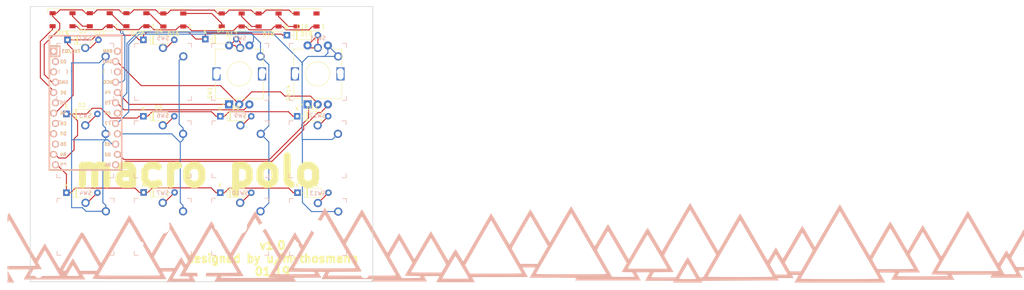
<source format=kicad_pcb>
(kicad_pcb (version 20171130) (host pcbnew "(5.0.2)-1")
  (layers (0 F.Cu signal) (31 B.Cu signal) (34 B.Paste user) (35 F.Paste user) (36 B.SilkS user) (37 F.SilkS user) (38 B.Mask user) (39 F.Mask user) (44 Edge.Cuts user))
  (net 0 "")
  (net 1 "Net-(D1-Pad1)")
  (net 2 "Net-(D1-Pad2)")
  (net 3 "Net-(D2-Pad2)")
  (net 4 "Net-(D11-Pad1)")
  (net 5 "Net-(D3-Pad2)")
  (net 6 "Net-(D12-Pad1)")
  (net 7 "Net-(D4-Pad2)")
  (net 8 "Net-(D5-Pad2)")
  (net 9 "Net-(D6-Pad2)")
  (net 10 "Net-(D7-Pad2)")
  (net 11 "Net-(D8-Pad2)")
  (net 12 "Net-(D9-Pad2)")
  (net 13 "Net-(D10-Pad2)")
  (net 14 "Net-(D11-Pad2)")
  (net 15 "Net-(D12-Pad2)")
  (net 16 "Net-(SW1-PadB)")
  (net 17 "Net-(SW1-PadC)")
  (net 18 "Net-(SW1-PadA)")
  (net 19 "Net-(SW2-Pad2)")
  (net 20 "Net-(SW5-Pad2)")
  (net 21 "Net-(SW11-Pad2)")
  (net 22 "Net-(SW14-PadA)")
  (net 23 "Net-(SW14-PadB)")
  (net 24 "Net-(U1-Pad24)")
  (net 25 "Net-(U1-Pad22)")
  (net 26 "Net-(U1-Pad6)")
  (net 27 "Net-(U1-Pad2)")
  (net 28 "Net-(U1-Pad1)")
  (net 29 "Net-(U1-Pad10)")
  (net 30 "Net-(U1-Pad9)")
  (net 31 "Net-(U1-Pad3)")
  (net 32 "Net-(U1-Pad8)")
  (net 33 "Net-(D13-Pad3)")
  (net 34 "Net-(D13-Pad4)")
  (net 35 "Net-(D13-Pad2)")
  (net 36 "Net-(D13-Pad1)")
  (net 37 "Net-(D14-Pad2)")
  (net 38 "Net-(D15-Pad2)")
  (net 39 "Net-(D16-Pad2)")
  (net 40 "Net-(D17-Pad2)")
  (net 41 "Net-(D18-Pad2)")
  (net 42 "Net-(D19-Pad2)")
  (net 43 "Net-(SW1-PadS1)")
  (module Sockets:PG1350 (layer F.Cu) (at 58.6105 72.009 180)
    (fp_text reference SW7 (at 0 8.3 180) (layer B.SilkS) (effects (justify mirror)))
    (fp_text value SW_Push)
    (pad "" np_thru_hole circle (at -5.5 0 180) (size 1.7018 1.7018) (drill 1.7018) (layers *.Cu *.Mask))
    (pad "" np_thru_hole circle (at 5.5 0 180) (size 1.7018 1.7018) (drill 1.7018) (layers *.Cu *.Mask))
    (pad "" np_thru_hole circle (at 5.22 -4.2 180) (size 0.9906 0.9906) (drill 0.9906) (layers *.Cu *.Mask))
    (pad 1 thru_hole circle (at 0 5.9 180) (size 2.032 2.032) (drill 1.27) (layers *.Cu *.Mask) (net 9 "Net-(D6-Pad2)"))
    (pad 2 thru_hole circle (at -5 3.8 180) (size 2.032 2.032) (drill 1.27) (layers *.Cu *.Mask) (net 20 "Net-(SW5-Pad2)"))
    (pad "" np_thru_hole circle (at 0 0 180) (size 3.429 3.429) (drill 3.429) (layers *.Cu *.Mask))
  )
  (module Rotary_Encoder:RotaryEncoder_Alps_EC11E-Switch_Vertical_H20mm (layer F.Cu) (at 74.93 41.91 90)
    (fp_text reference SW1 (at 2.8 -4.7 90) (layer F.SilkS))
    (fp_text value Rotary_Encoder)
    (pad A thru_hole rect (at 0 0 90) (size 2 2) (drill 1) (layers *.Cu *.Mask) (net 18 "Net-(SW1-PadA)"))
    (pad C thru_hole circle (at 0 2.5 90) (size 2 2) (drill 1) (layers *.Cu *.Mask) (net 17 "Net-(SW1-PadC)"))
    (pad B thru_hole circle (at 0 5 90) (size 2 2) (drill 1) (layers *.Cu *.Mask) (net 16 "Net-(SW1-PadB)"))
    (pad MP thru_hole rect (at 7.5 -3.1 90) (size 3.2 2) (drill oval 2.8 1.5) (layers *.Cu *.Mask))
    (pad MP thru_hole rect (at 7.5 8.1 90) (size 3.2 2) (drill oval 2.8 1.5) (layers *.Cu *.Mask))
    (pad S2 thru_hole circle (at 14.5 0 90) (size 2 2) (drill 1) (layers *.Cu *.Mask) (net 10 "Net-(D7-Pad2)"))
    (pad S1 thru_hole circle (at 14.5 5 90) (size 2 2) (drill 1) (layers *.Cu *.Mask) (net 43 "Net-(SW1-PadS1)"))
  )
  (module LED_SMD:LED_WS2812B_PLCC4_5.0x5.0mm_P3.2mm (layer F.Cu) (at 43.1165 21.082 180)
    (fp_text reference D14 (at 0 -3.5 180) (layer F.SilkS))
    (fp_text value WS2812B)
    (fp_text user 1 (at -4.15 -1.6 180) (layer F.SilkS))
    (pad 1 smd rect (at -2.45 -1.6 180) (size 1.5 1) (layers F.Cu F.Paste F.Mask) (net 36 "Net-(D13-Pad1)"))
    (pad 2 smd rect (at -2.45 1.6 180) (size 1.5 1) (layers F.Cu F.Paste F.Mask) (net 37 "Net-(D14-Pad2)"))
    (pad 4 smd rect (at 2.45 -1.6 180) (size 1.5 1) (layers F.Cu F.Paste F.Mask) (net 35 "Net-(D13-Pad2)"))
    (pad 3 smd rect (at 2.45 1.6 180) (size 1.5 1) (layers F.Cu F.Paste F.Mask) (net 33 "Net-(D13-Pad3)"))
  )
  (module Sockets:PG1350 (layer F.Cu) (at 77.724 52.959 180)
    (fp_text reference SW9 (at 0 8.3 180) (layer B.SilkS) (effects (justify mirror)))
    (fp_text value SW_Push)
    (pad "" np_thru_hole circle (at -5.5 0 180) (size 1.7018 1.7018) (drill 1.7018) (layers *.Cu *.Mask))
    (pad "" np_thru_hole circle (at 5.5 0 180) (size 1.7018 1.7018) (drill 1.7018) (layers *.Cu *.Mask))
    (pad "" np_thru_hole circle (at 5.22 -4.2 180) (size 0.9906 0.9906) (drill 0.9906) (layers *.Cu *.Mask))
    (pad 1 thru_hole circle (at 0 5.9 180) (size 2.032 2.032) (drill 1.27) (layers *.Cu *.Mask) (net 11 "Net-(D8-Pad2)"))
    (pad 2 thru_hole circle (at -5 3.8 180) (size 2.032 2.032) (drill 1.27) (layers *.Cu *.Mask) (net 43 "Net-(SW1-PadS1)"))
    (pad "" np_thru_hole circle (at 0 0 180) (size 3.429 3.429) (drill 3.429) (layers *.Cu *.Mask))
  )
  (module Rotary_Encoder:RotaryEncoder_Alps_EC11E-Switch_Vertical_H20mm (layer F.Cu) (at 94.234 41.91 90)
    (fp_text reference SW14 (at 2.8 -4.7 90) (layer F.SilkS))
    (fp_text value Rotary_Encoder)
    (pad A thru_hole rect (at 0 0 90) (size 2 2) (drill 1) (layers *.Cu *.Mask) (net 22 "Net-(SW14-PadA)"))
    (pad C thru_hole circle (at 0 2.5 90) (size 2 2) (drill 1) (layers *.Cu *.Mask) (net 17 "Net-(SW1-PadC)"))
    (pad B thru_hole circle (at 0 5 90) (size 2 2) (drill 1) (layers *.Cu *.Mask) (net 23 "Net-(SW14-PadB)"))
    (pad MP thru_hole rect (at 7.5 -3.1 90) (size 3.2 2) (drill oval 2.8 1.5) (layers *.Cu *.Mask))
    (pad MP thru_hole rect (at 7.5 8.1 90) (size 3.2 2) (drill oval 2.8 1.5) (layers *.Cu *.Mask))
    (pad S2 thru_hole circle (at 14.5 0 90) (size 2 2) (drill 1) (layers *.Cu *.Mask) (net 13 "Net-(D10-Pad2)"))
    (pad S1 thru_hole circle (at 14.5 5 90) (size 2 2) (drill 1) (layers *.Cu *.Mask) (net 21 "Net-(SW11-Pad2)"))
  )
  (module Keebio:ArduinoProMicro-ZigZag (layer F.Cu) (at 39.624 42.799 270)
    (fp_text reference U1 hide)
    (fp_text value ProMicro hide)
    (fp_text user ST (at -8.91 -5.04) (layer B.SilkS) (effects (font (size 0.8 0.8)) (justify mirror)))
    (fp_text user TX0/D3 (at -13.97 3.571872) (layer F.SilkS) (effects (font (size 0.8 0.8))))
    (fp_text user TX0/D3 (at -13.97 3.571872) (layer B.SilkS) (effects (font (size 0.8 0.8)) (justify mirror)))
    (fp_text user D2 (at -11.43 5.461) (layer F.SilkS) (effects (font (size 0.8 0.8))))
    (fp_text user D0 (at -1.27 5.461) (layer F.SilkS) (effects (font (size 0.8 0.8))))
    (fp_text user D1 (at -3.81 5.461) (layer F.SilkS) (effects (font (size 0.8 0.8))))
    (fp_text user GND (at -6.35 5.461) (layer F.SilkS) (effects (font (size 0.8 0.8))))
    (fp_text user GND (at -8.89 5.461) (layer F.SilkS) (effects (font (size 0.8 0.8))))
    (fp_text user D4 (at 1.27 5.461) (layer F.SilkS) (effects (font (size 0.8 0.8))))
    (fp_text user C6 (at 3.81 5.461) (layer F.SilkS) (effects (font (size 0.8 0.8))))
    (fp_text user D7 (at 6.35 5.461) (layer F.SilkS) (effects (font (size 0.8 0.8))))
    (fp_text user E6 (at 8.89 5.461) (layer F.SilkS) (effects (font (size 0.8 0.8))))
    (fp_text user B4 (at 11.43 5.461) (layer F.SilkS) (effects (font (size 0.8 0.8))))
    (fp_text user B5 (at 13.97 5.461) (layer F.SilkS) (effects (font (size 0.8 0.8))))
    (fp_text user B6 (at 13.97 -5.461) (layer F.SilkS) (effects (font (size 0.8 0.8))))
    (fp_text user B2 (at 11.43 -5.461) (layer B.SilkS) (effects (font (size 0.8 0.8)) (justify mirror)))
    (fp_text user B3 (at 8.89 -5.461) (layer F.SilkS) (effects (font (size 0.8 0.8))))
    (fp_text user B1 (at 6.35 -5.461) (layer F.SilkS) (effects (font (size 0.8 0.8))))
    (fp_text user F7 (at 3.81 -5.461) (layer B.SilkS) (effects (font (size 0.8 0.8)) (justify mirror)))
    (fp_text user F6 (at 1.27 -5.461) (layer B.SilkS) (effects (font (size 0.8 0.8)) (justify mirror)))
    (fp_text user F5 (at -1.27 -5.461) (layer B.SilkS) (effects (font (size 0.8 0.8)) (justify mirror)))
    (fp_text user F4 (at -3.81 -5.461) (layer F.SilkS) (effects (font (size 0.8 0.8))))
    (fp_text user VCC (at -6.35 -5.461) (layer F.SilkS) (effects (font (size 0.8 0.8))))
    (fp_text user ST (at -8.92 -5.73312) (layer F.SilkS) (effects (font (size 0.8 0.8))))
    (fp_text user GND (at -11.43 -5.461) (layer F.SilkS) (effects (font (size 0.8 0.8))))
    (fp_text user RAW (at -13.97 -5.461) (layer F.SilkS) (effects (font (size 0.8 0.8))))
    (fp_text user RAW (at -13.97 -5.461) (layer B.SilkS) (effects (font (size 0.8 0.8)) (justify mirror)))
    (fp_text user GND (at -11.43 -5.461) (layer B.SilkS) (effects (font (size 0.8 0.8)) (justify mirror)))
    (fp_text user VCC (at -6.35 -5.461) (layer B.SilkS) (effects (font (size 0.8 0.8)) (justify mirror)))
    (fp_text user F4 (at -3.81 -5.461) (layer B.SilkS) (effects (font (size 0.8 0.8)) (justify mirror)))
    (fp_text user F5 (at -1.27 -5.461) (layer F.SilkS) (effects (font (size 0.8 0.8))))
    (fp_text user F6 (at 1.27 -5.461) (layer F.SilkS) (effects (font (size 0.8 0.8))))
    (fp_text user F7 (at 3.81 -5.461) (layer F.SilkS) (effects (font (size 0.8 0.8))))
    (fp_text user B1 (at 6.35 -5.461) (layer B.SilkS) (effects (font (size 0.8 0.8)) (justify mirror)))
    (fp_text user B3 (at 8.89 -5.461) (layer B.SilkS) (effects (font (size 0.8 0.8)) (justify mirror)))
    (fp_text user B2 (at 11.43 -5.461) (layer F.SilkS) (effects (font (size 0.8 0.8))))
    (fp_text user B6 (at 13.97 -5.461) (layer B.SilkS) (effects (font (size 0.8 0.8)) (justify mirror)))
    (fp_text user B5 (at 13.97 5.461) (layer B.SilkS) (effects (font (size 0.8 0.8)) (justify mirror)))
    (fp_text user B4 (at 11.43 5.461) (layer B.SilkS) (effects (font (size 0.8 0.8)) (justify mirror)))
    (fp_text user E6 (at 8.89 5.461) (layer B.SilkS) (effects (font (size 0.8 0.8)) (justify mirror)))
    (fp_text user D7 (at 6.35 5.461) (layer B.SilkS) (effects (font (size 0.8 0.8)) (justify mirror)))
    (fp_text user C6 (at 3.81 5.461) (layer B.SilkS) (effects (font (size 0.8 0.8)) (justify mirror)))
    (fp_text user D4 (at 1.27 5.461) (layer B.SilkS) (effects (font (size 0.8 0.8)) (justify mirror)))
    (fp_text user GND (at -8.89 5.461) (layer B.SilkS) (effects (font (size 0.8 0.8)) (justify mirror)))
    (fp_text user GND (at -6.35 5.461) (layer B.SilkS) (effects (font (size 0.8 0.8)) (justify mirror)))
    (fp_text user D1 (at -3.81 5.461) (layer B.SilkS) (effects (font (size 0.8 0.8)) (justify mirror)))
    (fp_text user D0 (at -1.27 5.461) (layer B.SilkS) (effects (font (size 0.8 0.8)) (justify mirror)))
    (fp_text user D2 (at -11.43 5.461) (layer B.SilkS) (effects (font (size 0.8 0.8)) (justify mirror)))
    (pad 24 thru_hole circle (at -13.97 -7.8486 270) (size 1.7526 1.7526) (drill 1.0922) (layers *.Cu *.SilkS *.Mask) (net 24 "Net-(U1-Pad24)"))
    (pad 12 thru_hole circle (at 13.97 7.3914 270) (size 1.7526 1.7526) (drill 1.0922) (layers *.Cu *.SilkS *.Mask) (net 6 "Net-(D12-Pad1)"))
    (pad 23 thru_hole circle (at -11.43 -7.3914 270) (size 1.7526 1.7526) (drill 1.0922) (layers *.Cu *.SilkS *.Mask) (net 17 "Net-(SW1-PadC)"))
    (pad 22 thru_hole circle (at -8.89 -7.8486 270) (size 1.7526 1.7526) (drill 1.0922) (layers *.Cu *.SilkS *.Mask) (net 25 "Net-(U1-Pad22)"))
    (pad 21 thru_hole circle (at -6.35 -7.3914 270) (size 1.7526 1.7526) (drill 1.0922) (layers *.Cu *.SilkS *.Mask) (net 36 "Net-(D13-Pad1)"))
    (pad 20 thru_hole circle (at -3.81 -7.8486 270) (size 1.7526 1.7526) (drill 1.0922) (layers *.Cu *.SilkS *.Mask) (net 18 "Net-(SW1-PadA)"))
    (pad 19 thru_hole circle (at -1.27 -7.3914 270) (size 1.7526 1.7526) (drill 1.0922) (layers *.Cu *.SilkS *.Mask) (net 16 "Net-(SW1-PadB)"))
    (pad 18 thru_hole circle (at 1.27 -7.8486 270) (size 1.7526 1.7526) (drill 1.0922) (layers *.Cu *.SilkS *.Mask) (net 21 "Net-(SW11-Pad2)"))
    (pad 17 thru_hole circle (at 3.81 -7.3914 270) (size 1.7526 1.7526) (drill 1.0922) (layers *.Cu *.SilkS *.Mask) (net 43 "Net-(SW1-PadS1)"))
    (pad 16 thru_hole circle (at 6.35 -7.8486 270) (size 1.7526 1.7526) (drill 1.0922) (layers *.Cu *.SilkS *.Mask) (net 20 "Net-(SW5-Pad2)"))
    (pad 15 thru_hole circle (at 8.89 -7.3914 270) (size 1.7526 1.7526) (drill 1.0922) (layers *.Cu *.SilkS *.Mask) (net 19 "Net-(SW2-Pad2)"))
    (pad 14 thru_hole circle (at 11.43 -7.8486 270) (size 1.7526 1.7526) (drill 1.0922) (layers *.Cu *.SilkS *.Mask) (net 22 "Net-(SW14-PadA)"))
    (pad 13 thru_hole circle (at 13.97 -7.3914 270) (size 1.7526 1.7526) (drill 1.0922) (layers *.Cu *.SilkS *.Mask) (net 23 "Net-(SW14-PadB)"))
    (pad 11 thru_hole circle (at 11.43 7.8486 270) (size 1.7526 1.7526) (drill 1.0922) (layers *.Cu *.SilkS *.Mask) (net 4 "Net-(D11-Pad1)"))
    (pad 10 thru_hole circle (at 8.89 7.3914 270) (size 1.7526 1.7526) (drill 1.0922) (layers *.Cu *.SilkS *.Mask) (net 29 "Net-(U1-Pad10)"))
    (pad 9 thru_hole circle (at 6.35 7.8486 270) (size 1.7526 1.7526) (drill 1.0922) (layers *.Cu *.SilkS *.Mask) (net 30 "Net-(U1-Pad9)"))
    (pad 8 thru_hole circle (at 3.81 7.3914 270) (size 1.7526 1.7526) (drill 1.0922) (layers *.Cu *.SilkS *.Mask) (net 32 "Net-(U1-Pad8)"))
    (pad 7 thru_hole circle (at 1.27 7.8486 270) (size 1.7526 1.7526) (drill 1.0922) (layers *.Cu *.SilkS *.Mask) (net 1 "Net-(D1-Pad1)"))
    (pad 6 thru_hole circle (at -1.27 7.3914 270) (size 1.7526 1.7526) (drill 1.0922) (layers *.Cu *.SilkS *.Mask) (net 26 "Net-(U1-Pad6)"))
    (pad 5 thru_hole circle (at -3.81 7.8486 270) (size 1.7526 1.7526) (drill 1.0922) (layers *.Cu *.SilkS *.Mask) (net 34 "Net-(D13-Pad4)"))
    (pad 4 thru_hole circle (at -6.35 7.3914 270) (size 1.7526 1.7526) (drill 1.0922) (layers *.Cu *.SilkS *.Mask) (net 33 "Net-(D13-Pad3)"))
    (pad 3 thru_hole circle (at -8.89 7.8486 270) (size 1.7526 1.7526) (drill 1.0922) (layers *.Cu *.SilkS *.Mask) (net 31 "Net-(U1-Pad3)"))
    (pad 2 thru_hole circle (at -11.43 7.3914 270) (size 1.7526 1.7526) (drill 1.0922) (layers *.Cu *.SilkS *.Mask) (net 27 "Net-(U1-Pad2)"))
    (pad 1 thru_hole rect (at -13.97 7.8486 270) (size 1.7526 1.7526) (drill 1.0922) (layers *.Cu *.SilkS *.Mask) (net 28 "Net-(U1-Pad1)"))
  )
  (module Sockets:PG1350 (layer F.Cu) (at 39.624 72.009 180)
    (fp_text reference SW4 (at 0 8.3 180) (layer B.SilkS) (effects (justify mirror)))
    (fp_text value SW_Push)
    (pad "" np_thru_hole circle (at -5.5 0 180) (size 1.7018 1.7018) (drill 1.7018) (layers *.Cu *.Mask))
    (pad "" np_thru_hole circle (at 5.5 0 180) (size 1.7018 1.7018) (drill 1.7018) (layers *.Cu *.Mask))
    (pad "" np_thru_hole circle (at 5.22 -4.2 180) (size 0.9906 0.9906) (drill 0.9906) (layers *.Cu *.Mask))
    (pad 1 thru_hole circle (at 0 5.9 180) (size 2.032 2.032) (drill 1.27) (layers *.Cu *.Mask) (net 5 "Net-(D3-Pad2)"))
    (pad 2 thru_hole circle (at -5 3.8 180) (size 2.032 2.032) (drill 1.27) (layers *.Cu *.Mask) (net 19 "Net-(SW2-Pad2)"))
    (pad "" np_thru_hole circle (at 0 0 180) (size 3.429 3.429) (drill 3.429) (layers *.Cu *.Mask))
  )
  (module Sockets:PG1350 (layer F.Cu) (at 58.6105 52.959 180)
    (fp_text reference SW6 (at 0 8.3 180) (layer B.SilkS) (effects (justify mirror)))
    (fp_text value SW_Push)
    (pad "" np_thru_hole circle (at -5.5 0 180) (size 1.7018 1.7018) (drill 1.7018) (layers *.Cu *.Mask))
    (pad "" np_thru_hole circle (at 5.5 0 180) (size 1.7018 1.7018) (drill 1.7018) (layers *.Cu *.Mask))
    (pad "" np_thru_hole circle (at 5.22 -4.2 180) (size 0.9906 0.9906) (drill 0.9906) (layers *.Cu *.Mask))
    (pad 1 thru_hole circle (at 0 5.9 180) (size 2.032 2.032) (drill 1.27) (layers *.Cu *.Mask) (net 8 "Net-(D5-Pad2)"))
    (pad 2 thru_hole circle (at -5 3.8 180) (size 2.032 2.032) (drill 1.27) (layers *.Cu *.Mask) (net 20 "Net-(SW5-Pad2)"))
    (pad "" np_thru_hole circle (at 0 0 180) (size 3.429 3.429) (drill 3.429) (layers *.Cu *.Mask))
  )
  (module Diode_THT:D_DO-35_SOD27_P7.62mm_Horizontal (layer F.Cu) (at 91.694 44.831)
    (fp_text reference D11 (at 3.81 -2.12) (layer F.SilkS))
    (fp_text value D)
    (fp_text user K (at 0 -1.8) (layer F.SilkS))
    (pad 1 thru_hole rect (at 0 0) (size 1.6 1.6) (drill 0.8) (layers *.Cu *.Mask) (net 4 "Net-(D11-Pad1)"))
    (pad 2 thru_hole oval (at 7.62 0) (size 1.6 1.6) (drill 0.8) (layers *.Cu *.Mask) (net 14 "Net-(D11-Pad2)"))
  )
  (module Sockets:PG1350 (layer F.Cu) (at 96.774 33.909 180)
    (fp_text reference SW11 (at 0 8.3 180) (layer B.SilkS) (effects (justify mirror)))
    (fp_text value SW_Push)
    (pad "" np_thru_hole circle (at -5.5 0 180) (size 1.7018 1.7018) (drill 1.7018) (layers *.Cu *.Mask))
    (pad "" np_thru_hole circle (at 5.5 0 180) (size 1.7018 1.7018) (drill 1.7018) (layers *.Cu *.Mask))
    (pad "" np_thru_hole circle (at 5.22 -4.2 180) (size 0.9906 0.9906) (drill 0.9906) (layers *.Cu *.Mask))
    (pad 1 thru_hole circle (at 0 5.9 180) (size 2.032 2.032) (drill 1.27) (layers *.Cu *.Mask) (net 13 "Net-(D10-Pad2)"))
    (pad 2 thru_hole circle (at -5 3.8 180) (size 2.032 2.032) (drill 1.27) (layers *.Cu *.Mask) (net 21 "Net-(SW11-Pad2)"))
    (pad "" np_thru_hole circle (at 0 0 180) (size 3.429 3.429) (drill 3.429) (layers *.Cu *.Mask))
  )
  (module Sockets:PG1350 (layer F.Cu) (at 39.5605 52.959 180)
    (fp_text reference SW3 (at 0 8.3 180) (layer B.SilkS) (effects (justify mirror)))
    (fp_text value SW_Push)
    (pad "" np_thru_hole circle (at -5.5 0 180) (size 1.7018 1.7018) (drill 1.7018) (layers *.Cu *.Mask))
    (pad "" np_thru_hole circle (at 5.5 0 180) (size 1.7018 1.7018) (drill 1.7018) (layers *.Cu *.Mask))
    (pad "" np_thru_hole circle (at 5.22 -4.2 180) (size 0.9906 0.9906) (drill 0.9906) (layers *.Cu *.Mask))
    (pad 1 thru_hole circle (at 0 5.9 180) (size 2.032 2.032) (drill 1.27) (layers *.Cu *.Mask) (net 3 "Net-(D2-Pad2)"))
    (pad 2 thru_hole circle (at -5 3.8 180) (size 2.032 2.032) (drill 1.27) (layers *.Cu *.Mask) (net 19 "Net-(SW2-Pad2)"))
    (pad "" np_thru_hole circle (at 0 0 180) (size 3.429 3.429) (drill 3.429) (layers *.Cu *.Mask))
  )
  (module Sockets:PG1350 (layer F.Cu) (at 39.5605 33.909 180)
    (fp_text reference SW2 (at 0 8.3 180) (layer B.SilkS) (effects (justify mirror)))
    (fp_text value SW_Push)
    (pad "" np_thru_hole circle (at -5.5 0 180) (size 1.7018 1.7018) (drill 1.7018) (layers *.Cu *.Mask))
    (pad "" np_thru_hole circle (at 5.5 0 180) (size 1.7018 1.7018) (drill 1.7018) (layers *.Cu *.Mask))
    (pad "" np_thru_hole circle (at 5.22 -4.2 180) (size 0.9906 0.9906) (drill 0.9906) (layers *.Cu *.Mask))
    (pad 1 thru_hole circle (at 0 5.9 180) (size 2.032 2.032) (drill 1.27) (layers *.Cu *.Mask) (net 2 "Net-(D1-Pad2)"))
    (pad 2 thru_hole circle (at -5 3.8 180) (size 2.032 2.032) (drill 1.27) (layers *.Cu *.Mask) (net 19 "Net-(SW2-Pad2)"))
    (pad "" np_thru_hole circle (at 0 0 180) (size 3.429 3.429) (drill 3.429) (layers *.Cu *.Mask))
  )
  (module Sockets:PG1350 (layer F.Cu) (at 58.674 33.909 180)
    (fp_text reference SW5 (at 0 8.3 180) (layer B.SilkS) (effects (justify mirror)))
    (fp_text value SW_Push)
    (pad "" np_thru_hole circle (at -5.5 0 180) (size 1.7018 1.7018) (drill 1.7018) (layers *.Cu *.Mask))
    (pad "" np_thru_hole circle (at 5.5 0 180) (size 1.7018 1.7018) (drill 1.7018) (layers *.Cu *.Mask))
    (pad "" np_thru_hole circle (at 5.22 -4.2 180) (size 0.9906 0.9906) (drill 0.9906) (layers *.Cu *.Mask))
    (pad 1 thru_hole circle (at 0 5.9 180) (size 2.032 2.032) (drill 1.27) (layers *.Cu *.Mask) (net 7 "Net-(D4-Pad2)"))
    (pad 2 thru_hole circle (at -5 3.8 180) (size 2.032 2.032) (drill 1.27) (layers *.Cu *.Mask) (net 20 "Net-(SW5-Pad2)"))
    (pad "" np_thru_hole circle (at 0 0 180) (size 3.429 3.429) (drill 3.429) (layers *.Cu *.Mask))
  )
  (module Sockets:PG1350 (layer F.Cu) (at 77.6605 33.909 180)
    (fp_text reference SW8 (at 0 8.3 180) (layer B.SilkS) (effects (justify mirror)))
    (fp_text value SW_Push)
    (pad "" np_thru_hole circle (at -5.5 0 180) (size 1.7018 1.7018) (drill 1.7018) (layers *.Cu *.Mask))
    (pad "" np_thru_hole circle (at 5.5 0 180) (size 1.7018 1.7018) (drill 1.7018) (layers *.Cu *.Mask))
    (pad "" np_thru_hole circle (at 5.22 -4.2 180) (size 0.9906 0.9906) (drill 0.9906) (layers *.Cu *.Mask))
    (pad 1 thru_hole circle (at 0 5.9 180) (size 2.032 2.032) (drill 1.27) (layers *.Cu *.Mask) (net 10 "Net-(D7-Pad2)"))
    (pad 2 thru_hole circle (at -5 3.8 180) (size 2.032 2.032) (drill 1.27) (layers *.Cu *.Mask) (net 43 "Net-(SW1-PadS1)"))
    (pad "" np_thru_hole circle (at 0 0 180) (size 3.429 3.429) (drill 3.429) (layers *.Cu *.Mask))
  )
  (module Sockets:PG1350 (layer F.Cu) (at 77.6605 72.009 180)
    (fp_text reference SW10 (at 0 8.3 180) (layer B.SilkS) (effects (justify mirror)))
    (fp_text value SW_Push)
    (pad "" np_thru_hole circle (at -5.5 0 180) (size 1.7018 1.7018) (drill 1.7018) (layers *.Cu *.Mask))
    (pad "" np_thru_hole circle (at 5.5 0 180) (size 1.7018 1.7018) (drill 1.7018) (layers *.Cu *.Mask))
    (pad "" np_thru_hole circle (at 5.22 -4.2 180) (size 0.9906 0.9906) (drill 0.9906) (layers *.Cu *.Mask))
    (pad 1 thru_hole circle (at 0 5.9 180) (size 2.032 2.032) (drill 1.27) (layers *.Cu *.Mask) (net 12 "Net-(D9-Pad2)"))
    (pad 2 thru_hole circle (at -5 3.8 180) (size 2.032 2.032) (drill 1.27) (layers *.Cu *.Mask) (net 43 "Net-(SW1-PadS1)"))
    (pad "" np_thru_hole circle (at 0 0 180) (size 3.429 3.429) (drill 3.429) (layers *.Cu *.Mask))
  )
  (module Sockets:PG1350 (layer F.Cu) (at 96.7105 52.959 180)
    (fp_text reference SW12 (at 0 8.3 180) (layer B.SilkS) (effects (justify mirror)))
    (fp_text value SW_Push)
    (pad "" np_thru_hole circle (at -5.5 0 180) (size 1.7018 1.7018) (drill 1.7018) (layers *.Cu *.Mask))
    (pad "" np_thru_hole circle (at 5.5 0 180) (size 1.7018 1.7018) (drill 1.7018) (layers *.Cu *.Mask))
    (pad "" np_thru_hole circle (at 5.22 -4.2 180) (size 0.9906 0.9906) (drill 0.9906) (layers *.Cu *.Mask))
    (pad 1 thru_hole circle (at 0 5.9 180) (size 2.032 2.032) (drill 1.27) (layers *.Cu *.Mask) (net 14 "Net-(D11-Pad2)"))
    (pad 2 thru_hole circle (at -5 3.8 180) (size 2.032 2.032) (drill 1.27) (layers *.Cu *.Mask) (net 21 "Net-(SW11-Pad2)"))
    (pad "" np_thru_hole circle (at 0 0 180) (size 3.429 3.429) (drill 3.429) (layers *.Cu *.Mask))
  )
  (module Sockets:PG1350 (layer F.Cu) (at 96.774 72.0725 180)
    (fp_text reference SW13 (at 0 8.3 180) (layer B.SilkS) (effects (justify mirror)))
    (fp_text value SW_Push)
    (pad "" np_thru_hole circle (at -5.5 0 180) (size 1.7018 1.7018) (drill 1.7018) (layers *.Cu *.Mask))
    (pad "" np_thru_hole circle (at 5.5 0 180) (size 1.7018 1.7018) (drill 1.7018) (layers *.Cu *.Mask))
    (pad "" np_thru_hole circle (at 5.22 -4.2 180) (size 0.9906 0.9906) (drill 0.9906) (layers *.Cu *.Mask))
    (pad 1 thru_hole circle (at 0 5.9 180) (size 2.032 2.032) (drill 1.27) (layers *.Cu *.Mask) (net 15 "Net-(D12-Pad2)"))
    (pad 2 thru_hole circle (at -5 3.8 180) (size 2.032 2.032) (drill 1.27) (layers *.Cu *.Mask) (net 21 "Net-(SW11-Pad2)"))
    (pad "" np_thru_hole circle (at 0 0 180) (size 3.429 3.429) (drill 3.429) (layers *.Cu *.Mask))
  )
  (module Diode_THT:D_DO-35_SOD27_P7.62mm_Horizontal (layer F.Cu) (at 35.179 26.035)
    (fp_text reference D1 (at 3.81 -2.12) (layer F.SilkS))
    (fp_text value D)
    (fp_text user K (at 0 -1.8) (layer F.SilkS))
    (pad 1 thru_hole rect (at 0 0) (size 1.6 1.6) (drill 0.8) (layers *.Cu *.Mask) (net 1 "Net-(D1-Pad1)"))
    (pad 2 thru_hole oval (at 7.62 0) (size 1.6 1.6) (drill 0.8) (layers *.Cu *.Mask) (net 2 "Net-(D1-Pad2)"))
  )
  (module Diode_THT:D_DO-35_SOD27_P7.62mm_Horizontal (layer F.Cu) (at 34.925 44.2595)
    (fp_text reference D2 (at 3.81 -2.12) (layer F.SilkS))
    (fp_text value D)
    (fp_text user K (at 0 -1.8) (layer F.SilkS))
    (pad 2 thru_hole oval (at 7.62 0) (size 1.6 1.6) (drill 0.8) (layers *.Cu *.Mask) (net 3 "Net-(D2-Pad2)"))
    (pad 1 thru_hole rect (at 0 0) (size 1.6 1.6) (drill 0.8) (layers *.Cu *.Mask) (net 4 "Net-(D11-Pad1)"))
  )
  (module Diode_THT:D_DO-35_SOD27_P7.62mm_Horizontal (layer F.Cu) (at 34.925 63.627)
    (fp_text reference D3 (at 3.81 -2.12) (layer F.SilkS))
    (fp_text value D)
    (fp_text user K (at 0 -1.8) (layer F.SilkS))
    (pad 2 thru_hole oval (at 7.62 0) (size 1.6 1.6) (drill 0.8) (layers *.Cu *.Mask) (net 5 "Net-(D3-Pad2)"))
    (pad 1 thru_hole rect (at 0 0) (size 1.6 1.6) (drill 0.8) (layers *.Cu *.Mask) (net 6 "Net-(D12-Pad1)"))
  )
  (module Diode_THT:D_DO-35_SOD27_P7.62mm_Horizontal (layer F.Cu) (at 53.848 26.035)
    (fp_text reference D4 (at 3.81 -2.12) (layer F.SilkS))
    (fp_text value D)
    (fp_text user K (at 0 -1.8) (layer F.SilkS))
    (pad 1 thru_hole rect (at 0 0) (size 1.6 1.6) (drill 0.8) (layers *.Cu *.Mask) (net 1 "Net-(D1-Pad1)"))
    (pad 2 thru_hole oval (at 7.62 0) (size 1.6 1.6) (drill 0.8) (layers *.Cu *.Mask) (net 7 "Net-(D4-Pad2)"))
  )
  (module Diode_THT:D_DO-35_SOD27_P7.62mm_Horizontal (layer F.Cu) (at 53.848 44.831)
    (fp_text reference D5 (at 3.81 -2.12) (layer F.SilkS))
    (fp_text value D)
    (fp_text user K (at 0 -1.8) (layer F.SilkS))
    (pad 1 thru_hole rect (at 0 0) (size 1.6 1.6) (drill 0.8) (layers *.Cu *.Mask) (net 4 "Net-(D11-Pad1)"))
    (pad 2 thru_hole oval (at 7.62 0) (size 1.6 1.6) (drill 0.8) (layers *.Cu *.Mask) (net 8 "Net-(D5-Pad2)"))
  )
  (module Diode_THT:D_DO-35_SOD27_P7.62mm_Horizontal (layer F.Cu) (at 53.9115 63.5635)
    (fp_text reference D6 (at 3.81 -2.12) (layer F.SilkS))
    (fp_text value D)
    (fp_text user K (at 0 -1.8) (layer F.SilkS))
    (pad 1 thru_hole rect (at 0 0) (size 1.6 1.6) (drill 0.8) (layers *.Cu *.Mask) (net 6 "Net-(D12-Pad1)"))
    (pad 2 thru_hole oval (at 7.62 0) (size 1.6 1.6) (drill 0.8) (layers *.Cu *.Mask) (net 9 "Net-(D6-Pad2)"))
  )
  (module Diode_THT:D_DO-35_SOD27_P7.62mm_Horizontal (layer F.Cu) (at 69.088 25.8445)
    (fp_text reference D7 (at 3.81 -2.12) (layer F.SilkS))
    (fp_text value D)
    (fp_text user K (at 0 -1.8) (layer F.SilkS))
    (pad 1 thru_hole rect (at 0 0) (size 1.6 1.6) (drill 0.8) (layers *.Cu *.Mask) (net 1 "Net-(D1-Pad1)"))
    (pad 2 thru_hole oval (at 7.62 0) (size 1.6 1.6) (drill 0.8) (layers *.Cu *.Mask) (net 10 "Net-(D7-Pad2)"))
  )
  (module Diode_THT:D_DO-35_SOD27_P7.62mm_Horizontal (layer F.Cu) (at 72.771 44.831)
    (fp_text reference D8 (at 3.81 -2.12) (layer F.SilkS))
    (fp_text value D)
    (fp_text user K (at 0 -1.8) (layer F.SilkS))
    (pad 2 thru_hole oval (at 7.62 0) (size 1.6 1.6) (drill 0.8) (layers *.Cu *.Mask) (net 11 "Net-(D8-Pad2)"))
    (pad 1 thru_hole rect (at 0 0) (size 1.6 1.6) (drill 0.8) (layers *.Cu *.Mask) (net 4 "Net-(D11-Pad1)"))
  )
  (module Diode_THT:D_DO-35_SOD27_P7.62mm_Horizontal (layer F.Cu) (at 72.771 63.627)
    (fp_text reference D9 (at 3.81 -2.12) (layer F.SilkS))
    (fp_text value D)
    (fp_text user K (at 0 -1.8) (layer F.SilkS))
    (pad 2 thru_hole oval (at 7.62 0) (size 1.6 1.6) (drill 0.8) (layers *.Cu *.Mask) (net 12 "Net-(D9-Pad2)"))
    (pad 1 thru_hole rect (at 0 0) (size 1.6 1.6) (drill 0.8) (layers *.Cu *.Mask) (net 6 "Net-(D12-Pad1)"))
  )
  (module Diode_THT:D_DO-35_SOD27_P7.62mm_Horizontal (layer F.Cu) (at 89.154 24.892)
    (fp_text reference D10 (at 3.81 -2.12) (layer F.SilkS))
    (fp_text value D)
    (fp_text user K (at 0 -1.8) (layer F.SilkS))
    (pad 2 thru_hole oval (at 7.62 0) (size 1.6 1.6) (drill 0.8) (layers *.Cu *.Mask) (net 13 "Net-(D10-Pad2)"))
    (pad 1 thru_hole rect (at 0 0) (size 1.6 1.6) (drill 0.8) (layers *.Cu *.Mask) (net 1 "Net-(D1-Pad1)"))
  )
  (module Diode_THT:D_DO-35_SOD27_P7.62mm_Horizontal (layer F.Cu) (at 91.7575 63.627)
    (fp_text reference D12 (at 3.81 -2.12) (layer F.SilkS))
    (fp_text value D)
    (fp_text user K (at 0 -1.8) (layer F.SilkS))
    (pad 2 thru_hole oval (at 7.62 0) (size 1.6 1.6) (drill 0.8) (layers *.Cu *.Mask) (net 15 "Net-(D12-Pad2)"))
    (pad 1 thru_hole rect (at 0 0) (size 1.6 1.6) (drill 0.8) (layers *.Cu *.Mask) (net 6 "Net-(D12-Pad1)"))
  )
  (module MountingHole:MountingHole_2.2mm_M2 (layer F.Cu) (at 28.067 22.352)
    (fp_text reference REF** hide)
    (fp_text value MountingHole_2.2mm_M2)
    (pad 1 np_thru_hole circle (at 0 0) (size 2.2 2.2) (drill 2.2) (layers *.Cu *.Mask))
  )
  (module MountingHole:MountingHole_2.2mm_M2 (layer F.Cu) (at 68.1355 22.352)
    (fp_text reference REF** hide)
    (fp_text value MountingHole_2.2mm_M2)
    (pad 1 np_thru_hole circle (at 0 0) (size 2.2 2.2) (drill 2.2) (layers *.Cu *.Mask))
  )
  (module MountingHole:MountingHole_2.2mm_M2 (layer F.Cu) (at 108.204 22.4155)
    (fp_text reference REF** hide)
    (fp_text value MountingHole_2.2mm_M2)
    (pad 1 np_thru_hole circle (at 0 0) (size 2.2 2.2) (drill 2.2) (layers *.Cu *.Mask))
  )
  (module MountingHole:MountingHole_2.2mm_M2 (layer F.Cu) (at 108.331 83.566)
    (fp_text reference REF** hide)
    (fp_text value MountingHole_2.2mm_M2)
    (pad 1 np_thru_hole circle (at 0 0) (size 2.2 2.2) (drill 2.2) (layers *.Cu *.Mask))
  )
  (module MountingHole:MountingHole_2.2mm_M2 (layer F.Cu) (at 68.199 83.566)
    (fp_text reference REF** hide)
    (fp_text value MountingHole_2.2mm_M2)
    (pad 1 np_thru_hole circle (at 0 0) (size 2.2 2.2) (drill 2.2) (layers *.Cu *.Mask))
  )
  (module MountingHole:MountingHole_2.2mm_M2 (layer F.Cu) (at 28.067 83.5025)
    (fp_text reference REF** hide)
    (fp_text value MountingHole_2.2mm_M2)
    (pad 1 np_thru_hole circle (at 0 0) (size 2.2 2.2) (drill 2.2) (layers *.Cu *.Mask))
  )
  (module 4x5macro:forest (layer B.Cu) (at 145.4785 76.073 180)
    (fp_text reference G*** hide)
    (fp_text value LOGO hide)
  )
  (module LED_SMD:LED_WS2812B_PLCC4_5.0x5.0mm_P3.2mm (layer F.Cu) (at 33.9725 21.082 180)
    (fp_text reference D13 (at 0 -3.5 180) (layer F.SilkS))
    (fp_text value WS2812B)
    (fp_text user 1 (at -4.15 -1.6 180) (layer F.SilkS))
    (pad 3 smd rect (at 2.45 1.6 180) (size 1.5 1) (layers F.Cu F.Paste F.Mask) (net 33 "Net-(D13-Pad3)"))
    (pad 4 smd rect (at 2.45 -1.6 180) (size 1.5 1) (layers F.Cu F.Paste F.Mask) (net 34 "Net-(D13-Pad4)"))
    (pad 2 smd rect (at -2.45 1.6 180) (size 1.5 1) (layers F.Cu F.Paste F.Mask) (net 35 "Net-(D13-Pad2)"))
    (pad 1 smd rect (at -2.45 -1.6 180) (size 1.5 1) (layers F.Cu F.Paste F.Mask) (net 36 "Net-(D13-Pad1)"))
  )
  (module LED_SMD:LED_WS2812B_PLCC4_5.0x5.0mm_P3.2mm (layer F.Cu) (at 52.1335 21.082 180)
    (fp_text reference D15 (at 0 -3.5 180) (layer F.SilkS))
    (fp_text value WS2812B)
    (fp_text user 1 (at -4.15 -1.6 180) (layer F.SilkS))
    (pad 3 smd rect (at 2.45 1.6 180) (size 1.5 1) (layers F.Cu F.Paste F.Mask) (net 33 "Net-(D13-Pad3)"))
    (pad 4 smd rect (at 2.45 -1.6 180) (size 1.5 1) (layers F.Cu F.Paste F.Mask) (net 37 "Net-(D14-Pad2)"))
    (pad 2 smd rect (at -2.45 1.6 180) (size 1.5 1) (layers F.Cu F.Paste F.Mask) (net 38 "Net-(D15-Pad2)"))
    (pad 1 smd rect (at -2.45 -1.6 180) (size 1.5 1) (layers F.Cu F.Paste F.Mask) (net 36 "Net-(D13-Pad1)"))
  )
  (module LED_SMD:LED_WS2812B_PLCC4_5.0x5.0mm_P3.2mm (layer F.Cu) (at 61.214 21.1455 180)
    (fp_text reference D16 (at 0 -3.5 180) (layer F.SilkS))
    (fp_text value WS2812B)
    (fp_text user 1 (at -4.15 -1.6 180) (layer F.SilkS))
    (pad 1 smd rect (at -2.45 -1.6 180) (size 1.5 1) (layers F.Cu F.Paste F.Mask) (net 36 "Net-(D13-Pad1)"))
    (pad 2 smd rect (at -2.45 1.6 180) (size 1.5 1) (layers F.Cu F.Paste F.Mask) (net 39 "Net-(D16-Pad2)"))
    (pad 4 smd rect (at 2.45 -1.6 180) (size 1.5 1) (layers F.Cu F.Paste F.Mask) (net 38 "Net-(D15-Pad2)"))
    (pad 3 smd rect (at 2.45 1.6 180) (size 1.5 1) (layers F.Cu F.Paste F.Mask) (net 33 "Net-(D13-Pad3)"))
  )
  (module LED_SMD:LED_WS2812B_PLCC4_5.0x5.0mm_P3.2mm (layer F.Cu) (at 75.565 21.1455 180)
    (fp_text reference D17 (at 0 -3.5 180) (layer F.SilkS))
    (fp_text value WS2812B)
    (fp_text user 1 (at -4.15 -1.6 180) (layer F.SilkS))
    (pad 3 smd rect (at 2.45 1.6 180) (size 1.5 1) (layers F.Cu F.Paste F.Mask) (net 33 "Net-(D13-Pad3)"))
    (pad 4 smd rect (at 2.45 -1.6 180) (size 1.5 1) (layers F.Cu F.Paste F.Mask) (net 39 "Net-(D16-Pad2)"))
    (pad 2 smd rect (at -2.45 1.6 180) (size 1.5 1) (layers F.Cu F.Paste F.Mask) (net 40 "Net-(D17-Pad2)"))
    (pad 1 smd rect (at -2.45 -1.6 180) (size 1.5 1) (layers F.Cu F.Paste F.Mask) (net 36 "Net-(D13-Pad1)"))
  )
  (module LED_SMD:LED_WS2812B_PLCC4_5.0x5.0mm_P3.2mm (layer F.Cu) (at 84.6455 21.1455 180)
    (fp_text reference D18 (at 0 -3.5 180) (layer F.SilkS))
    (fp_text value WS2812B)
    (fp_text user 1 (at -4.15 -1.6 180) (layer F.SilkS))
    (pad 1 smd rect (at -2.45 -1.6 180) (size 1.5 1) (layers F.Cu F.Paste F.Mask) (net 36 "Net-(D13-Pad1)"))
    (pad 2 smd rect (at -2.45 1.6 180) (size 1.5 1) (layers F.Cu F.Paste F.Mask) (net 41 "Net-(D18-Pad2)"))
    (pad 4 smd rect (at 2.45 -1.6 180) (size 1.5 1) (layers F.Cu F.Paste F.Mask) (net 40 "Net-(D17-Pad2)"))
    (pad 3 smd rect (at 2.45 1.6 180) (size 1.5 1) (layers F.Cu F.Paste F.Mask) (net 33 "Net-(D13-Pad3)"))
  )
  (module LED_SMD:LED_WS2812B_PLCC4_5.0x5.0mm_P3.2mm (layer F.Cu) (at 93.98 21.1455 180)
    (fp_text reference D19 (at 0 -3.5 180) (layer F.SilkS))
    (fp_text value WS2812B)
    (fp_text user 1 (at -4.15 -1.6 180) (layer F.SilkS))
    (pad 3 smd rect (at 2.45 1.6 180) (size 1.5 1) (layers F.Cu F.Paste F.Mask) (net 33 "Net-(D13-Pad3)"))
    (pad 4 smd rect (at 2.45 -1.6 180) (size 1.5 1) (layers F.Cu F.Paste F.Mask) (net 41 "Net-(D18-Pad2)"))
    (pad 2 smd rect (at -2.45 1.6 180) (size 1.5 1) (layers F.Cu F.Paste F.Mask) (net 42 "Net-(D19-Pad2)"))
    (pad 1 smd rect (at -2.45 -1.6 180) (size 1.5 1) (layers F.Cu F.Paste F.Mask) (net 36 "Net-(D13-Pad1)"))
  )
  (gr_text "v1.0\ndesigned by u/mythosmann\n01.19" (at 85.598 79.8195) (layer F.SilkS) (effects (font (size 2 2) (thickness 0.5))))
  (gr_text "macro polo" (at 67.3735 58.42) (layer F.SilkS) (effects (font (size 7 7) (thickness 1.75))))
  (gr_line (start 26.035 85.5345) (end 26.035 17.8435) (layer Edge.Cuts) (width 0.15))
  (gr_line (start 110.2995 85.5345) (end 26.035 85.5345) (layer Edge.Cuts) (width 0.15))
  (gr_line (start 110.2995 17.8435) (end 110.2995 85.5345) (layer Edge.Cuts) (width 0.15))
  (gr_line (start 26.035 17.8435) (end 110.2995 17.8435) (layer Edge.Cuts) (width 0.15))
  (segment (start 52.798 26.035) (end 53.848 26.035) (width 0.25) (layer F.Cu) (net 1))
  (segment (start 51.672999 24.909999) (end 52.798 26.035) (width 0.25) (layer F.Cu) (net 1))
  (segment (start 42.258999 24.909999) (end 51.672999 24.909999) (width 0.25) (layer F.Cu) (net 1))
  (segment (start 41.133998 26.035) (end 42.258999 24.909999) (width 0.25) (layer F.Cu) (net 1))
  (segment (start 35.179 26.035) (end 41.133998 26.035) (width 0.25) (layer F.Cu) (net 1))
  (segment (start 35.179 27.085) (end 35.179 26.035) (width 0.25) (layer F.Cu) (net 1))
  (segment (start 36.576 28.482) (end 35.179 27.085) (width 0.25) (layer F.Cu) (net 1))
  (segment (start 36.576 39.6494) (end 36.576 28.482) (width 0.25) (layer F.Cu) (net 1))
  (segment (start 32.1564 44.069) (end 36.576 39.6494) (width 0.25) (layer F.Cu) (net 1))
  (segment (start 88.104 24.892) (end 89.154 24.892) (width 0.25) (layer F.Cu) (net 1))
  (segment (start 87.85 24.638) (end 88.104 24.892) (width 0.25) (layer F.Cu) (net 1))
  (segment (start 69.088 24.7945) (end 69.4985 24.384) (width 0.25) (layer F.Cu) (net 1))
  (segment (start 69.088 25.8445) (end 69.088 24.7945) (width 0.25) (layer F.Cu) (net 1))
  (segment (start 80.518 24.384) (end 80.772 24.638) (width 0.25) (layer F.Cu) (net 1))
  (segment (start 69.4985 24.384) (end 80.518 24.384) (width 0.25) (layer F.Cu) (net 1))
  (segment (start 80.772 24.638) (end 87.85 24.638) (width 0.25) (layer F.Cu) (net 1))
  (segment (start 53.848 24.985) (end 54.703 24.13) (width 0.25) (layer F.Cu) (net 1))
  (segment (start 53.848 26.035) (end 53.848 24.985) (width 0.25) (layer F.Cu) (net 1))
  (segment (start 54.703 24.13) (end 65.024 24.13) (width 0.25) (layer F.Cu) (net 1))
  (segment (start 66.7385 25.8445) (end 69.088 25.8445) (width 0.25) (layer F.Cu) (net 1))
  (segment (start 65.024 24.13) (end 66.7385 25.8445) (width 0.25) (layer F.Cu) (net 1))
  (segment (start 40.825 28.009) (end 39.5605 28.009) (width 0.25) (layer F.Cu) (net 2))
  (segment (start 42.799 26.035) (end 40.825 28.009) (width 0.25) (layer F.Cu) (net 2))
  (segment (start 39.7455 47.059) (end 39.5605 47.059) (width 0.25) (layer F.Cu) (net 3))
  (segment (start 42.545 44.2595) (end 39.7455 47.059) (width 0.25) (layer F.Cu) (net 3))
  (segment (start 71.721 44.831) (end 72.771 44.831) (width 0.25) (layer F.Cu) (net 4))
  (segment (start 70.595999 43.705999) (end 71.721 44.831) (width 0.25) (layer F.Cu) (net 4))
  (segment (start 56.023001 43.705999) (end 70.595999 43.705999) (width 0.25) (layer F.Cu) (net 4))
  (segment (start 54.898 44.831) (end 56.023001 43.705999) (width 0.25) (layer F.Cu) (net 4))
  (segment (start 53.848 44.831) (end 54.898 44.831) (width 0.25) (layer F.Cu) (net 4))
  (segment (start 90.644 44.831) (end 91.694 44.831) (width 0.25) (layer F.Cu) (net 4))
  (segment (start 89.518999 43.705999) (end 90.644 44.831) (width 0.25) (layer F.Cu) (net 4))
  (segment (start 74.946001 43.705999) (end 89.518999 43.705999) (width 0.25) (layer F.Cu) (net 4))
  (segment (start 73.821 44.831) (end 74.946001 43.705999) (width 0.25) (layer F.Cu) (net 4))
  (segment (start 72.771 44.831) (end 73.821 44.831) (width 0.25) (layer F.Cu) (net 4))
  (segment (start 45.836602 45.270301) (end 43.434 42.867699) (width 0.25) (layer F.Cu) (net 4))
  (segment (start 52.358699 45.270301) (end 45.836602 45.270301) (width 0.25) (layer F.Cu) (net 4))
  (segment (start 52.798 44.831) (end 52.358699 45.270301) (width 0.25) (layer F.Cu) (net 4))
  (segment (start 53.848 44.831) (end 52.798 44.831) (width 0.25) (layer F.Cu) (net 4))
  (segment (start 39.883199 44.2595) (end 34.925 44.2595) (width 0.25) (layer F.Cu) (net 4))
  (segment (start 41.275 42.867699) (end 39.883199 44.2595) (width 0.25) (layer F.Cu) (net 4))
  (segment (start 41.275 42.867699) (end 43.434 42.867699) (width 0.25) (layer F.Cu) (net 4))
  (segment (start 33.032699 55.105299) (end 32.1564 54.229) (width 0.25) (layer F.Cu) (net 4))
  (segment (start 34.782203 55.105299) (end 33.032699 55.105299) (width 0.25) (layer F.Cu) (net 4))
  (segment (start 35.975 44.2595) (end 37.663001 45.947501) (width 0.25) (layer F.Cu) (net 4))
  (segment (start 34.925 44.2595) (end 35.975 44.2595) (width 0.25) (layer F.Cu) (net 4))
  (segment (start 36.801502 50.391499) (end 37.663001 49.53) (width 0.25) (layer F.Cu) (net 4))
  (segment (start 36.801502 53.086) (end 36.801502 50.391499) (width 0.25) (layer F.Cu) (net 4))
  (segment (start 37.663001 45.947501) (end 37.663001 49.53) (width 0.25) (layer F.Cu) (net 4))
  (segment (start 36.801502 53.086) (end 34.782203 55.105299) (width 0.25) (layer F.Cu) (net 4))
  (segment (start 40.063 66.109) (end 39.624 66.109) (width 0.25) (layer F.Cu) (net 5))
  (segment (start 42.545 63.627) (end 40.063 66.109) (width 0.25) (layer F.Cu) (net 5))
  (segment (start 71.721 63.627) (end 72.771 63.627) (width 0.25) (layer F.Cu) (net 6))
  (segment (start 70.532499 62.438499) (end 71.721 63.627) (width 0.25) (layer F.Cu) (net 6))
  (segment (start 56.086501 62.438499) (end 70.532499 62.438499) (width 0.25) (layer F.Cu) (net 6))
  (segment (start 54.9615 63.5635) (end 56.086501 62.438499) (width 0.25) (layer F.Cu) (net 6))
  (segment (start 53.9115 63.5635) (end 54.9615 63.5635) (width 0.25) (layer F.Cu) (net 6))
  (segment (start 90.7075 63.627) (end 91.7575 63.627) (width 0.25) (layer F.Cu) (net 6))
  (segment (start 89.582499 62.501999) (end 90.7075 63.627) (width 0.25) (layer F.Cu) (net 6))
  (segment (start 74.946001 62.501999) (end 89.582499 62.501999) (width 0.25) (layer F.Cu) (net 6))
  (segment (start 73.821 63.627) (end 74.946001 62.501999) (width 0.25) (layer F.Cu) (net 6))
  (segment (start 72.771 63.627) (end 73.821 63.627) (width 0.25) (layer F.Cu) (net 6))
  (segment (start 37.100001 62.501999) (end 51.799999 62.501999) (width 0.25) (layer F.Cu) (net 6))
  (segment (start 35.975 63.627) (end 37.100001 62.501999) (width 0.25) (layer F.Cu) (net 6))
  (segment (start 34.925 63.627) (end 35.975 63.627) (width 0.25) (layer F.Cu) (net 6))
  (segment (start 52.8615 63.5635) (end 53.9115 63.5635) (width 0.25) (layer F.Cu) (net 6))
  (segment (start 51.799999 62.501999) (end 52.8615 63.5635) (width 0.25) (layer F.Cu) (net 6))
  (segment (start 34.925 59.0804) (end 34.925 63.627) (width 0.25) (layer F.Cu) (net 6))
  (segment (start 32.6136 56.769) (end 34.925 59.0804) (width 0.25) (layer F.Cu) (net 6))
  (segment (start 59.494 28.009) (end 58.674 28.009) (width 0.25) (layer F.Cu) (net 7))
  (segment (start 61.468 26.035) (end 59.494 28.009) (width 0.25) (layer F.Cu) (net 7))
  (segment (start 59.24 47.059) (end 58.6105 47.059) (width 0.25) (layer F.Cu) (net 8))
  (segment (start 61.468 44.831) (end 59.24 47.059) (width 0.25) (layer F.Cu) (net 8))
  (segment (start 61.468 63.627) (end 61.5315 63.5635) (width 0.25) (layer F.Cu) (net 9))
  (segment (start 58.986 66.109) (end 58.6105 66.109) (width 0.25) (layer F.Cu) (net 9))
  (segment (start 61.5315 63.5635) (end 58.986 66.109) (width 0.25) (layer F.Cu) (net 9))
  (segment (start 76.708 25.8445) (end 76.4955 25.8445) (width 0.25) (layer F.Cu) (net 10))
  (segment (start 76.943213 28.009) (end 77.6605 28.009) (width 0.25) (layer F.Cu) (net 10))
  (segment (start 76.344213 27.41) (end 76.943213 28.009) (width 0.25) (layer F.Cu) (net 10))
  (segment (start 74.93 27.41) (end 76.344213 27.41) (width 0.25) (layer F.Cu) (net 10))
  (segment (start 76.93284 25.8445) (end 76.708 25.8445) (width 0.25) (layer F.Cu) (net 10))
  (segment (start 77.6605 26.57216) (end 76.93284 25.8445) (width 0.25) (layer F.Cu) (net 10))
  (segment (start 77.6605 28.009) (end 77.6605 26.57216) (width 0.25) (layer F.Cu) (net 10))
  (segment (start 75.1425 27.41) (end 76.708 25.8445) (width 0.25) (layer F.Cu) (net 10))
  (segment (start 74.93 27.41) (end 75.1425 27.41) (width 0.25) (layer F.Cu) (net 10))
  (segment (start 78.163 47.059) (end 77.724 47.059) (width 0.25) (layer F.Cu) (net 11))
  (segment (start 80.391 44.831) (end 78.163 47.059) (width 0.25) (layer F.Cu) (net 11))
  (segment (start 77.909 66.109) (end 77.6605 66.109) (width 0.25) (layer F.Cu) (net 12))
  (segment (start 80.391 63.627) (end 77.909 66.109) (width 0.25) (layer F.Cu) (net 12))
  (segment (start 95.087 28.009) (end 94.488 27.41) (width 0.25) (layer F.Cu) (net 13))
  (segment (start 96.774 28.009) (end 95.087 28.009) (width 0.25) (layer F.Cu) (net 13))
  (segment (start 96.774 26.57216) (end 96.774 24.892) (width 0.25) (layer F.Cu) (net 13))
  (segment (start 96.774 28.009) (end 96.774 26.57216) (width 0.25) (layer F.Cu) (net 13))
  (segment (start 96.752 24.892) (end 96.774 24.892) (width 0.25) (layer F.Cu) (net 13))
  (segment (start 94.234 27.41) (end 96.752 24.892) (width 0.25) (layer F.Cu) (net 13))
  (segment (start 97.086 47.059) (end 96.7105 47.059) (width 0.25) (layer F.Cu) (net 14))
  (segment (start 99.314 44.831) (end 97.086 47.059) (width 0.25) (layer F.Cu) (net 14))
  (segment (start 99.314 63.6905) (end 99.3775 63.627) (width 0.25) (layer F.Cu) (net 15))
  (segment (start 96.832 66.1725) (end 96.774 66.1725) (width 0.25) (layer F.Cu) (net 15))
  (segment (start 99.3775 63.627) (end 96.832 66.1725) (width 0.25) (layer F.Cu) (net 15))
  (segment (start 48.272699 42.405299) (end 47.3964 41.529) (width 0.25) (layer F.Cu) (net 16))
  (segment (start 49.102401 43.235001) (end 48.272699 42.405299) (width 0.25) (layer F.Cu) (net 16))
  (segment (start 78.604999 43.235001) (end 49.102401 43.235001) (width 0.25) (layer F.Cu) (net 16))
  (segment (start 79.93 41.91) (end 78.604999 43.235001) (width 0.25) (layer F.Cu) (net 16))
  (segment (start 48.272699 32.245299) (end 47.3964 31.369) (width 0.25) (layer F.Cu) (net 17))
  (segment (start 53.316099 37.288699) (end 48.272699 32.245299) (width 0.25) (layer F.Cu) (net 17))
  (segment (start 72.808699 37.288699) (end 53.316099 37.288699) (width 0.25) (layer F.Cu) (net 17))
  (segment (start 77.43 41.91) (end 72.808699 37.288699) (width 0.25) (layer F.Cu) (net 17))
  (segment (start 94.956 39.878) (end 96.988 41.91) (width 0.25) (layer F.Cu) (net 17))
  (segment (start 88.646 39.878) (end 94.956 39.878) (width 0.25) (layer F.Cu) (net 17))
  (segment (start 87.59 38.822) (end 88.646 39.878) (width 0.25) (layer F.Cu) (net 17))
  (segment (start 77.43 41.91) (end 80.518 38.822) (width 0.25) (layer F.Cu) (net 17))
  (segment (start 80.518 38.822) (end 87.59 38.822) (width 0.25) (layer F.Cu) (net 17))
  (segment (start 47.4726 38.989) (end 50.3936 41.91) (width 0.25) (layer F.Cu) (net 18))
  (segment (start 50.3936 41.91) (end 74.93 41.91) (width 0.25) (layer F.Cu) (net 18))
  (segment (start 36.195 33.848474) (end 36.195 33.5915) (width 0.25) (layer B.Cu) (net 19))
  (segment (start 36.195 33.5915) (end 36.195 50.6095) (width 0.25) (layer B.Cu) (net 19))
  (segment (start 37.811446 50.6095) (end 36.195 50.6095) (width 0.25) (layer B.Cu) (net 19))
  (segment (start 45.077625 50.6095) (end 37.811446 50.6095) (width 0.25) (layer B.Cu) (net 19))
  (segment (start 46.157125 51.689) (end 45.077625 50.6095) (width 0.25) (layer B.Cu) (net 19))
  (segment (start 47.3964 51.689) (end 46.157125 51.689) (width 0.25) (layer B.Cu) (net 19))
  (segment (start 42.983 31.6865) (end 44.5605 30.109) (width 0.25) (layer B.Cu) (net 19))
  (segment (start 36.195 33.5915) (end 36.195 31.6865) (width 0.25) (layer B.Cu) (net 19))
  (segment (start 36.195 31.6865) (end 42.983 31.6865) (width 0.25) (layer B.Cu) (net 19))
  (segment (start 44.57416 50.6095) (end 44.5605 50.59584) (width 0.25) (layer B.Cu) (net 19))
  (segment (start 45.077625 50.6095) (end 44.57416 50.6095) (width 0.25) (layer B.Cu) (net 19))
  (segment (start 43.18716 68.209) (end 44.624 68.209) (width 0.25) (layer B.Cu) (net 19))
  (segment (start 39.739318 68.209) (end 43.18716 68.209) (width 0.25) (layer B.Cu) (net 19))
  (segment (start 38.840318 67.31) (end 39.739318 68.209) (width 0.25) (layer B.Cu) (net 19))
  (segment (start 36.195 67.31) (end 38.840318 67.31) (width 0.25) (layer B.Cu) (net 19))
  (segment (start 36.195 67.31) (end 36.195 50.6095) (width 0.25) (layer B.Cu) (net 19))
  (segment (start 44.5605 47.72216) (end 44.5605 49.159) (width 0.25) (layer B.Cu) (net 19))
  (segment (start 43.884599 47.046259) (end 44.5605 47.72216) (width 0.25) (layer B.Cu) (net 19))
  (segment (start 43.884599 32.221741) (end 43.884599 47.046259) (width 0.25) (layer B.Cu) (net 19))
  (segment (start 44.5605 31.54584) (end 43.884599 32.221741) (width 0.25) (layer B.Cu) (net 19))
  (segment (start 44.5605 30.109) (end 44.5605 31.54584) (width 0.25) (layer B.Cu) (net 19))
  (segment (start 44.624 66.77216) (end 44.624 68.209) (width 0.25) (layer B.Cu) (net 19))
  (segment (start 43.884599 66.032759) (end 44.624 66.77216) (width 0.25) (layer B.Cu) (net 19))
  (segment (start 43.884599 51.271741) (end 43.884599 66.032759) (width 0.25) (layer B.Cu) (net 19))
  (segment (start 44.5605 50.59584) (end 43.884599 51.271741) (width 0.25) (layer B.Cu) (net 19))
  (segment (start 44.5605 49.159) (end 44.5605 50.59584) (width 0.25) (layer B.Cu) (net 19))
  (segment (start 63.6005 49.149) (end 63.6105 49.159) (width 0.25) (layer B.Cu) (net 20))
  (segment (start 63.6105 47.72216) (end 63.6105 49.159) (width 0.25) (layer B.Cu) (net 20))
  (segment (start 62.658001 46.769661) (end 63.6105 47.72216) (width 0.25) (layer B.Cu) (net 20))
  (segment (start 62.658001 31.124999) (end 62.658001 46.769661) (width 0.25) (layer B.Cu) (net 20))
  (segment (start 63.674 30.109) (end 62.658001 31.124999) (width 0.25) (layer B.Cu) (net 20))
  (segment (start 63.6105 66.77216) (end 63.6105 68.209) (width 0.25) (layer B.Cu) (net 20))
  (segment (start 62.934599 66.096259) (end 63.6105 66.77216) (width 0.25) (layer B.Cu) (net 20))
  (segment (start 62.934599 51.271741) (end 62.934599 66.096259) (width 0.25) (layer B.Cu) (net 20))
  (segment (start 63.6105 50.59584) (end 62.934599 51.271741) (width 0.25) (layer B.Cu) (net 20))
  (segment (start 63.6105 49.159) (end 63.6105 50.59584) (width 0.25) (layer B.Cu) (net 20))
  (segment (start 60.811858 49.149) (end 62.934599 51.271741) (width 0.25) (layer B.Cu) (net 20))
  (segment (start 47.4726 49.149) (end 60.811858 49.149) (width 0.25) (layer B.Cu) (net 20))
  (segment (start 92.964 50.8) (end 92.964 50.546) (width 0.25) (layer B.Cu) (net 21))
  (segment (start 92.964 50.8) (end 92.964 52.225946) (width 0.25) (layer B.Cu) (net 21))
  (segment (start 92.964 50.6095) (end 92.964 50.8) (width 0.25) (layer B.Cu) (net 21))
  (segment (start 100.3235 50.546) (end 101.7105 49.159) (width 0.25) (layer B.Cu) (net 21))
  (segment (start 92.964 50.546) (end 100.3235 50.546) (width 0.25) (layer B.Cu) (net 21))
  (segment (start 95.1965 68.2725) (end 92.964 66.04) (width 0.25) (layer B.Cu) (net 21))
  (segment (start 101.774 68.2725) (end 95.1965 68.2725) (width 0.25) (layer B.Cu) (net 21))
  (segment (start 92.964 52.225946) (end 92.964 66.04) (width 0.25) (layer B.Cu) (net 21))
  (segment (start 47.8536 44.069) (end 48.729899 43.192701) (width 0.25) (layer B.Cu) (net 21))
  (segment (start 48.729899 43.192701) (end 48.729899 40.195501) (width 0.25) (layer B.Cu) (net 21))
  (segment (start 49.784 39.1414) (end 49.784 26.924) (width 0.25) (layer B.Cu) (net 21))
  (segment (start 49.784 26.924) (end 52.578 24.13) (width 0.25) (layer B.Cu) (net 21))
  (segment (start 48.729899 40.195501) (end 49.784 39.1414) (width 0.25) (layer B.Cu) (net 21))
  (segment (start 52.578 24.13) (end 85.4075 24.13) (width 0.25) (layer B.Cu) (net 21))
  (segment (start 92.908999 50.490999) (end 92.964 50.546) (width 0.25) (layer B.Cu) (net 21))
  (segment (start 94.351 30.109) (end 92.908999 31.551001) (width 0.25) (layer B.Cu) (net 21))
  (segment (start 92.908999 31.631499) (end 88.646 27.3685) (width 0.25) (layer B.Cu) (net 21))
  (segment (start 92.908999 32.258) (end 92.908999 31.631499) (width 0.25) (layer B.Cu) (net 21))
  (segment (start 88.646 27.3685) (end 88.7095 27.432) (width 0.25) (layer B.Cu) (net 21))
  (segment (start 85.4075 24.13) (end 88.646 27.3685) (width 0.25) (layer B.Cu) (net 21))
  (segment (start 92.908999 32.258) (end 92.908999 50.490999) (width 0.25) (layer B.Cu) (net 21))
  (segment (start 92.908999 31.551001) (end 92.908999 32.258) (width 0.25) (layer B.Cu) (net 21))
  (segment (start 101.774 29.95) (end 101.774 30.109) (width 0.25) (layer B.Cu) (net 21))
  (segment (start 99.234 27.41) (end 101.774 29.95) (width 0.25) (layer B.Cu) (net 21))
  (segment (start 97.79 30.109) (end 98.415 30.109) (width 0.25) (layer B.Cu) (net 21))
  (segment (start 97.79 30.109) (end 94.351 30.109) (width 0.25) (layer B.Cu) (net 21))
  (segment (start 101.774 30.109) (end 97.79 30.109) (width 0.25) (layer B.Cu) (net 21))
  (segment (start 99.234 29.29) (end 99.234 27.41) (width 0.25) (layer B.Cu) (net 21))
  (segment (start 98.415 30.109) (end 99.234 29.29) (width 0.25) (layer B.Cu) (net 21))
  (segment (start 92.819001 47.515999) (end 84.866599 55.468401) (width 0.25) (layer F.Cu) (net 22))
  (segment (start 49.093001 55.468401) (end 47.8536 54.229) (width 0.25) (layer F.Cu) (net 22))
  (segment (start 53.213 55.468401) (end 49.093001 55.468401) (width 0.25) (layer F.Cu) (net 22))
  (segment (start 53.213 55.468401) (end 52.356901 55.468401) (width 0.25) (layer F.Cu) (net 22))
  (segment (start 84.866599 55.468401) (end 53.213 55.468401) (width 0.25) (layer F.Cu) (net 22))
  (segment (start 92.819001 47.515999) (end 92.819001 46.880999) (width 0.25) (layer F.Cu) (net 22))
  (segment (start 94.488 45.212) (end 94.488 41.91) (width 0.25) (layer F.Cu) (net 22))
  (segment (start 92.819001 46.880999) (end 94.488 45.212) (width 0.25) (layer F.Cu) (net 22))
  (segment (start 48.635675 56.769) (end 47.3964 56.769) (width 0.25) (layer F.Cu) (net 23))
  (segment (start 49.486264 55.918411) (end 48.635675 56.769) (width 0.25) (layer F.Cu) (net 23))
  (segment (start 93.2815 48.119358) (end 85.482447 55.918411) (width 0.25) (layer F.Cu) (net 23))
  (segment (start 85.482447 55.918411) (end 49.486264 55.918411) (width 0.25) (layer F.Cu) (net 23))
  (segment (start 93.2815 48.119358) (end 93.2815 47.1805) (width 0.25) (layer F.Cu) (net 23))
  (segment (start 93.472 46.99) (end 93.726 46.99) (width 0.25) (layer F.Cu) (net 23))
  (segment (start 93.2815 47.1805) (end 93.472 46.99) (width 0.25) (layer F.Cu) (net 23))
  (segment (start 93.726 46.99) (end 96.774 43.942) (width 0.25) (layer F.Cu) (net 23))
  (segment (start 97.456 43.942) (end 99.488 41.91) (width 0.25) (layer F.Cu) (net 23))
  (segment (start 96.774 43.942) (end 97.456 43.942) (width 0.25) (layer F.Cu) (net 23))
  (segment (start 39.6665 19.482) (end 40.6665 19.482) (width 0.25) (layer F.Cu) (net 33))
  (segment (start 38.841499 18.656999) (end 39.6665 19.482) (width 0.25) (layer F.Cu) (net 33))
  (segment (start 33.347501 18.656999) (end 38.841499 18.656999) (width 0.25) (layer F.Cu) (net 33))
  (segment (start 32.5225 19.482) (end 33.347501 18.656999) (width 0.25) (layer F.Cu) (net 33))
  (segment (start 31.5225 19.482) (end 32.5225 19.482) (width 0.25) (layer F.Cu) (net 33))
  (segment (start 48.6835 19.482) (end 49.6835 19.482) (width 0.25) (layer F.Cu) (net 33))
  (segment (start 47.858499 18.656999) (end 48.6835 19.482) (width 0.25) (layer F.Cu) (net 33))
  (segment (start 42.491501 18.656999) (end 47.858499 18.656999) (width 0.25) (layer F.Cu) (net 33))
  (segment (start 40.6665 19.482) (end 41.6665 19.482) (width 0.25) (layer F.Cu) (net 33))
  (segment (start 57.764 19.5455) (end 58.764 19.5455) (width 0.25) (layer F.Cu) (net 33))
  (segment (start 56.875499 18.656999) (end 57.764 19.5455) (width 0.25) (layer F.Cu) (net 33))
  (segment (start 51.508501 18.656999) (end 56.875499 18.656999) (width 0.25) (layer F.Cu) (net 33))
  (segment (start 50.6835 19.482) (end 51.508501 18.656999) (width 0.25) (layer F.Cu) (net 33))
  (segment (start 49.6835 19.482) (end 50.6835 19.482) (width 0.25) (layer F.Cu) (net 33))
  (segment (start 72.115 19.5455) (end 73.115 19.5455) (width 0.25) (layer F.Cu) (net 33))
  (segment (start 71.289999 18.720499) (end 72.115 19.5455) (width 0.25) (layer F.Cu) (net 33))
  (segment (start 60.589001 18.720499) (end 71.289999 18.720499) (width 0.25) (layer F.Cu) (net 33))
  (segment (start 59.764 19.5455) (end 60.589001 18.720499) (width 0.25) (layer F.Cu) (net 33))
  (segment (start 58.764 19.5455) (end 59.764 19.5455) (width 0.25) (layer F.Cu) (net 33))
  (segment (start 81.1955 19.5455) (end 82.1955 19.5455) (width 0.25) (layer F.Cu) (net 33))
  (segment (start 80.370499 18.720499) (end 81.1955 19.5455) (width 0.25) (layer F.Cu) (net 33))
  (segment (start 74.940001 18.720499) (end 80.370499 18.720499) (width 0.25) (layer F.Cu) (net 33))
  (segment (start 74.115 19.5455) (end 74.940001 18.720499) (width 0.25) (layer F.Cu) (net 33))
  (segment (start 73.115 19.5455) (end 74.115 19.5455) (width 0.25) (layer F.Cu) (net 33))
  (segment (start 90.53 19.5455) (end 91.53 19.5455) (width 0.25) (layer F.Cu) (net 33))
  (segment (start 89.704999 18.720499) (end 90.53 19.5455) (width 0.25) (layer F.Cu) (net 33))
  (segment (start 84.020501 18.720499) (end 89.704999 18.720499) (width 0.25) (layer F.Cu) (net 33))
  (segment (start 83.1955 19.5455) (end 84.020501 18.720499) (width 0.25) (layer F.Cu) (net 33))
  (segment (start 82.1955 19.5455) (end 83.1955 19.5455) (width 0.25) (layer F.Cu) (net 33))
  (segment (start 42.3525 18.796) (end 42.491501 18.656999) (width 0.25) (layer F.Cu) (net 33))
  (segment (start 41.6665 19.482) (end 42.3525 18.796) (width 0.25) (layer F.Cu) (net 33))
  (segment (start 31.374325 36.449) (end 29.464 34.538675) (width 0.25) (layer F.Cu) (net 33))
  (segment (start 32.6136 36.449) (end 31.374325 36.449) (width 0.25) (layer F.Cu) (net 33))
  (segment (start 29.464 34.538675) (end 29.464 27.178) (width 0.25) (layer F.Cu) (net 33))
  (segment (start 29.464 27.178) (end 33.274 23.368) (width 0.25) (layer F.Cu) (net 33))
  (segment (start 31.5225 20.232) (end 31.5225 19.482) (width 0.25) (layer F.Cu) (net 33))
  (segment (start 33.274 21.9835) (end 31.5225 20.232) (width 0.25) (layer F.Cu) (net 33))
  (segment (start 33.274 23.368) (end 33.274 21.9835) (width 0.25) (layer F.Cu) (net 33))
  (segment (start 31.5225 23.432) (end 28.5115 26.443) (width 0.25) (layer F.Cu) (net 34))
  (segment (start 31.5225 22.682) (end 31.5225 23.432) (width 0.25) (layer F.Cu) (net 34))
  (segment (start 28.5115 35.3441) (end 32.1564 38.989) (width 0.25) (layer F.Cu) (net 34))
  (segment (start 28.5115 26.443) (end 28.5115 35.3441) (width 0.25) (layer F.Cu) (net 34))
  (segment (start 39.6665 22.682) (end 40.6665 22.682) (width 0.25) (layer F.Cu) (net 35))
  (segment (start 38.8725 22.682) (end 39.6665 22.682) (width 0.25) (layer F.Cu) (net 35))
  (segment (start 36.4225 20.232) (end 38.8725 22.682) (width 0.25) (layer F.Cu) (net 35))
  (segment (start 36.4225 19.482) (end 36.4225 20.232) (width 0.25) (layer F.Cu) (net 35))
  (segment (start 88.0955 22.7455) (end 87.0955 22.7455) (width 0.25) (layer F.Cu) (net 36))
  (segment (start 88.920501 23.570501) (end 88.0955 22.7455) (width 0.25) (layer F.Cu) (net 36))
  (segment (start 94.604999 23.570501) (end 88.920501 23.570501) (width 0.25) (layer F.Cu) (net 36))
  (segment (start 95.43 22.7455) (end 94.604999 23.570501) (width 0.25) (layer F.Cu) (net 36))
  (segment (start 96.43 22.7455) (end 95.43 22.7455) (width 0.25) (layer F.Cu) (net 36))
  (segment (start 79.015 22.7455) (end 78.015 22.7455) (width 0.25) (layer F.Cu) (net 36))
  (segment (start 79.840001 23.570501) (end 79.015 22.7455) (width 0.25) (layer F.Cu) (net 36))
  (segment (start 85.270499 23.570501) (end 79.840001 23.570501) (width 0.25) (layer F.Cu) (net 36))
  (segment (start 86.0955 22.7455) (end 85.270499 23.570501) (width 0.25) (layer F.Cu) (net 36))
  (segment (start 87.0955 22.7455) (end 86.0955 22.7455) (width 0.25) (layer F.Cu) (net 36))
  (segment (start 64.664 22.7455) (end 63.664 22.7455) (width 0.25) (layer F.Cu) (net 36))
  (segment (start 65.695501 23.777001) (end 64.664 22.7455) (width 0.25) (layer F.Cu) (net 36))
  (segment (start 75.983499 23.777001) (end 65.695501 23.777001) (width 0.25) (layer F.Cu) (net 36))
  (segment (start 77.015 22.7455) (end 75.983499 23.777001) (width 0.25) (layer F.Cu) (net 36))
  (segment (start 78.015 22.7455) (end 77.015 22.7455) (width 0.25) (layer F.Cu) (net 36))
  (segment (start 55.5835 22.682) (end 54.5835 22.682) (width 0.25) (layer F.Cu) (net 36))
  (segment (start 56.472001 23.570501) (end 55.5835 22.682) (width 0.25) (layer F.Cu) (net 36))
  (segment (start 61.838999 23.570501) (end 56.472001 23.570501) (width 0.25) (layer F.Cu) (net 36))
  (segment (start 62.664 22.7455) (end 61.838999 23.570501) (width 0.25) (layer F.Cu) (net 36))
  (segment (start 63.664 22.7455) (end 62.664 22.7455) (width 0.25) (layer F.Cu) (net 36))
  (segment (start 46.5665 22.682) (end 45.5665 22.682) (width 0.25) (layer F.Cu) (net 36))
  (segment (start 47.391501 23.507001) (end 46.5665 22.682) (width 0.25) (layer F.Cu) (net 36))
  (segment (start 53.5835 22.682) (end 52.758499 23.507001) (width 0.25) (layer F.Cu) (net 36))
  (segment (start 54.5835 22.682) (end 53.5835 22.682) (width 0.25) (layer F.Cu) (net 36))
  (segment (start 37.4225 22.682) (end 36.4225 22.682) (width 0.25) (layer F.Cu) (net 36))
  (segment (start 38.247501 23.507001) (end 37.4225 22.682) (width 0.25) (layer F.Cu) (net 36))
  (segment (start 43.741499 23.507001) (end 38.247501 23.507001) (width 0.25) (layer F.Cu) (net 36))
  (segment (start 44.5665 22.682) (end 43.741499 23.507001) (width 0.25) (layer F.Cu) (net 36))
  (segment (start 45.5665 22.682) (end 44.5665 22.682) (width 0.25) (layer F.Cu) (net 36))
  (segment (start 47.752 23.507001) (end 47.891001 23.507001) (width 0.25) (layer F.Cu) (net 36))
  (segment (start 47.752 23.507001) (end 47.391501 23.507001) (width 0.25) (layer F.Cu) (net 36))
  (segment (start 52.758499 23.507001) (end 47.752 23.507001) (width 0.25) (layer F.Cu) (net 36))
  (segment (start 47.891001 23.507001) (end 48.514 24.13) (width 0.25) (layer F.Cu) (net 36))
  (segment (start 48.514 24.13) (end 48.514 24.13) (width 0.25) (layer F.Cu) (net 36))
  (via (at 48.514 24.13) (size 0.8) (drill 0.4) (layers F.Cu B.Cu) (net 36))
  (segment (start 49.276 24.892) (end 48.514 24.13) (width 0.25) (layer B.Cu) (net 36))
  (segment (start 49.276 35.814) (end 49.276 24.892) (width 0.25) (layer B.Cu) (net 36))
  (segment (start 47.3964 36.449) (end 48.641 36.449) (width 0.25) (layer B.Cu) (net 36))
  (segment (start 48.641 36.449) (end 49.276 35.814) (width 0.25) (layer B.Cu) (net 36))
  (segment (start 49.0165 22.682) (end 49.6835 22.682) (width 0.25) (layer F.Cu) (net 37))
  (segment (start 45.8165 19.482) (end 49.0165 22.682) (width 0.25) (layer F.Cu) (net 37))
  (segment (start 45.5665 19.482) (end 45.8165 19.482) (width 0.25) (layer F.Cu) (net 37))
  (segment (start 58.514 22.7455) (end 58.764 22.7455) (width 0.25) (layer F.Cu) (net 38))
  (segment (start 55.2505 19.482) (end 58.514 22.7455) (width 0.25) (layer F.Cu) (net 38))
  (segment (start 54.5835 19.482) (end 55.2505 19.482) (width 0.25) (layer F.Cu) (net 38))
  (segment (start 73.115 21.9955) (end 73.115 22.7455) (width 0.25) (layer F.Cu) (net 39))
  (segment (start 70.665 19.5455) (end 73.115 21.9955) (width 0.25) (layer F.Cu) (net 39))
  (segment (start 63.664 19.5455) (end 70.665 19.5455) (width 0.25) (layer F.Cu) (net 39))
  (segment (start 81.1955 22.7455) (end 82.1955 22.7455) (width 0.25) (layer F.Cu) (net 40))
  (segment (start 80.465 22.7455) (end 81.1955 22.7455) (width 0.25) (layer F.Cu) (net 40))
  (segment (start 78.015 20.2955) (end 80.465 22.7455) (width 0.25) (layer F.Cu) (net 40))
  (segment (start 78.015 19.5455) (end 78.015 20.2955) (width 0.25) (layer F.Cu) (net 40))
  (segment (start 90.53 22.7455) (end 91.53 22.7455) (width 0.25) (layer F.Cu) (net 41))
  (segment (start 89.5455 22.7455) (end 90.53 22.7455) (width 0.25) (layer F.Cu) (net 41))
  (segment (start 87.0955 20.2955) (end 89.5455 22.7455) (width 0.25) (layer F.Cu) (net 41))
  (segment (start 87.0955 19.5455) (end 87.0955 20.2955) (width 0.25) (layer F.Cu) (net 41))
  (segment (start 82.6605 30.109) (end 82.6605 28.67216) (width 0.25) (layer B.Cu) (net 43))
  (segment (start 50.23401 43.77139) (end 47.3964 46.609) (width 0.25) (layer B.Cu) (net 43))
  (segment (start 50.23401 33.528) (end 50.23401 43.77139) (width 0.25) (layer B.Cu) (net 43))
  (segment (start 52.832 24.638) (end 77.158 24.638) (width 0.25) (layer B.Cu) (net 43))
  (segment (start 50.23401 33.528) (end 50.23401 27.23599) (width 0.25) (layer B.Cu) (net 43))
  (segment (start 50.23401 27.23599) (end 52.832 24.638) (width 0.25) (layer B.Cu) (net 43))
  (segment (start 77.158 24.638) (end 80.518 24.638) (width 0.25) (layer B.Cu) (net 43))
  (segment (start 82.6605 26.7805) (end 82.6605 28.67216) (width 0.25) (layer B.Cu) (net 43))
  (segment (start 84.355001 31.803501) (end 84.381501 31.803501) (width 0.25) (layer B.Cu) (net 43))
  (segment (start 82.6605 30.109) (end 84.355001 31.803501) (width 0.25) (layer B.Cu) (net 43))
  (segment (start 84.381501 31.803501) (end 84.709 32.131) (width 0.25) (layer B.Cu) (net 43))
  (segment (start 84.709 47.174) (end 82.724 49.159) (width 0.25) (layer B.Cu) (net 43))
  (segment (start 84.709 32.131) (end 84.709 47.174) (width 0.25) (layer B.Cu) (net 43))
  (segment (start 80.929999 25.049999) (end 80.645 24.765) (width 0.25) (layer B.Cu) (net 43))
  (segment (start 80.929999 26.410001) (end 80.929999 25.049999) (width 0.25) (layer B.Cu) (net 43))
  (segment (start 79.93 27.41) (end 80.929999 26.410001) (width 0.25) (layer B.Cu) (net 43))
  (segment (start 80.518 24.638) (end 80.645 24.765) (width 0.25) (layer B.Cu) (net 43))
  (segment (start 80.645 24.765) (end 82.6605 26.7805) (width 0.25) (layer B.Cu) (net 43))
  (segment (start 83.676499 67.193001) (end 82.6605 68.209) (width 0.25) (layer B.Cu) (net 43))
  (segment (start 84.709 66.1605) (end 83.676499 67.193001) (width 0.25) (layer B.Cu) (net 43))
  (segment (start 84.709 51.144) (end 84.709 66.1605) (width 0.25) (layer B.Cu) (net 43))
  (segment (start 82.724 49.159) (end 84.709 51.144) (width 0.25) (layer B.Cu) (net 43))
)
</source>
